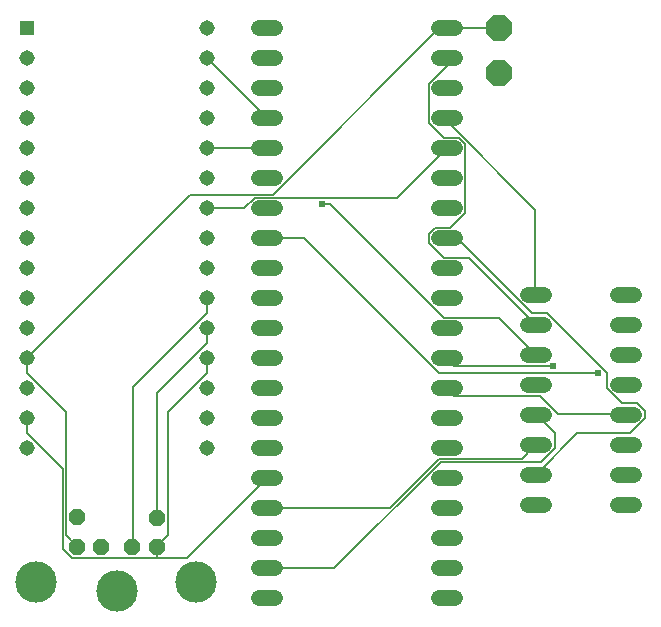
<source format=gbr>
G04 EAGLE Gerber RS-274X export*
G75*
%MOMM*%
%FSLAX34Y34*%
%LPD*%
%INTop Copper*%
%IPPOS*%
%AMOC8*
5,1,8,0,0,1.08239X$1,22.5*%
G01*
%ADD10R,1.308000X1.308000*%
%ADD11C,1.308000*%
%ADD12C,1.320800*%
%ADD13C,3.500000*%
%ADD14P,1.539592X8X202.500000*%
%ADD15P,2.336880X8X112.500000*%
%ADD16C,0.127000*%
%ADD17C,0.609600*%


D10*
X19050Y508000D03*
D11*
X19050Y482600D03*
X19050Y457200D03*
X19050Y431800D03*
X19050Y406400D03*
X19050Y381000D03*
X19050Y355600D03*
X19050Y330200D03*
X19050Y304800D03*
X19050Y279400D03*
X19050Y254000D03*
X19050Y228600D03*
X19050Y203200D03*
X19050Y177800D03*
X19050Y152400D03*
X171450Y152400D03*
X171450Y177800D03*
X171450Y203200D03*
X171450Y228600D03*
X171450Y254000D03*
X171450Y279400D03*
X171450Y304800D03*
X171450Y330200D03*
X171450Y355600D03*
X171450Y381000D03*
X171450Y406400D03*
X171450Y431800D03*
X171450Y457200D03*
X171450Y482600D03*
X171450Y508000D03*
D12*
X215646Y508000D02*
X228854Y508000D01*
X228854Y482600D02*
X215646Y482600D01*
X215646Y457200D02*
X228854Y457200D01*
X228854Y431800D02*
X215646Y431800D01*
X215646Y406400D02*
X228854Y406400D01*
X228854Y381000D02*
X215646Y381000D01*
X215646Y355600D02*
X228854Y355600D01*
X228854Y330200D02*
X215646Y330200D01*
X215646Y304800D02*
X228854Y304800D01*
X228854Y279400D02*
X215646Y279400D01*
X215646Y254000D02*
X228854Y254000D01*
X228854Y228600D02*
X215646Y228600D01*
X215646Y203200D02*
X228854Y203200D01*
X228854Y177800D02*
X215646Y177800D01*
X215646Y152400D02*
X228854Y152400D01*
X228854Y127000D02*
X215646Y127000D01*
X215646Y101600D02*
X228854Y101600D01*
X228854Y76200D02*
X215646Y76200D01*
X215646Y50800D02*
X228854Y50800D01*
X228854Y25400D02*
X215646Y25400D01*
X368046Y25400D02*
X381254Y25400D01*
X381254Y50800D02*
X368046Y50800D01*
X368046Y76200D02*
X381254Y76200D01*
X381254Y101600D02*
X368046Y101600D01*
X368046Y127000D02*
X381254Y127000D01*
X381254Y152400D02*
X368046Y152400D01*
X368046Y177800D02*
X381254Y177800D01*
X381254Y203200D02*
X368046Y203200D01*
X368046Y228600D02*
X381254Y228600D01*
X381254Y254000D02*
X368046Y254000D01*
X368046Y279400D02*
X381254Y279400D01*
X381254Y304800D02*
X368046Y304800D01*
X368046Y330200D02*
X381254Y330200D01*
X381254Y355600D02*
X368046Y355600D01*
X368046Y381000D02*
X381254Y381000D01*
X381254Y406400D02*
X368046Y406400D01*
X368046Y431800D02*
X381254Y431800D01*
X381254Y457200D02*
X368046Y457200D01*
X368046Y482600D02*
X381254Y482600D01*
X381254Y508000D02*
X368046Y508000D01*
D13*
X27250Y39250D03*
X162750Y39250D03*
X95250Y31250D03*
D14*
X82250Y69250D03*
X108250Y69250D03*
X129250Y69250D03*
X61250Y69250D03*
X61250Y94250D03*
X129250Y93750D03*
D15*
X419100Y508000D03*
X419100Y469900D03*
D12*
X443696Y282350D02*
X456904Y282350D01*
X456904Y256950D02*
X443696Y256950D01*
X443696Y180750D02*
X456904Y180750D01*
X456904Y155350D02*
X443696Y155350D01*
X443696Y231550D02*
X456904Y231550D01*
X456904Y206150D02*
X443696Y206150D01*
X443696Y129950D02*
X456904Y129950D01*
X456904Y104550D02*
X443696Y104550D01*
X519896Y104550D02*
X533104Y104550D01*
X533104Y129950D02*
X519896Y129950D01*
X519896Y155350D02*
X533104Y155350D01*
X533104Y180750D02*
X519896Y180750D01*
X519896Y206150D02*
X533104Y206150D01*
X533104Y231550D02*
X519896Y231550D01*
X519896Y256950D02*
X533104Y256950D01*
X533104Y282350D02*
X519896Y282350D01*
D16*
X171450Y254000D02*
X171450Y241300D01*
X129540Y199390D01*
X129540Y93980D01*
X129250Y93750D01*
X171450Y266700D02*
X171450Y279400D01*
X171450Y266700D02*
X109220Y204470D01*
X109220Y69850D01*
X108250Y69250D01*
X374650Y429260D02*
X374650Y431800D01*
X374650Y429260D02*
X449580Y354330D01*
X449580Y283210D01*
X450300Y282350D01*
X374650Y476250D02*
X374650Y482600D01*
X374650Y476250D02*
X359410Y461010D01*
X359410Y427990D01*
X372110Y415290D01*
X384810Y415290D01*
X389890Y410210D01*
X389890Y351790D01*
X377190Y339090D01*
X364490Y339090D01*
X359410Y334010D01*
X359410Y326390D01*
X372110Y313690D01*
X393700Y313690D01*
X449580Y257810D01*
X450300Y256950D01*
X275590Y359410D02*
X269240Y359410D01*
X275590Y359410D02*
X372110Y262890D01*
X419100Y262890D01*
X449580Y232410D01*
X450300Y231550D01*
D17*
X269240Y359410D03*
D16*
X279400Y50800D02*
X222250Y50800D01*
X279400Y50800D02*
X369570Y140970D01*
X454660Y140970D01*
X466090Y152400D01*
X466090Y165100D01*
X450850Y180340D01*
X450300Y180750D01*
X326390Y101600D02*
X222250Y101600D01*
X326390Y101600D02*
X368300Y143510D01*
X438150Y143510D01*
X449580Y154940D01*
X450300Y155350D01*
X383540Y330200D02*
X374650Y330200D01*
X383540Y330200D02*
X447040Y266700D01*
X459740Y266700D01*
X510540Y215900D01*
X510540Y203200D01*
X523240Y190500D01*
X535940Y190500D01*
X542290Y184150D01*
X542290Y177800D01*
X529590Y165100D01*
X485140Y165100D01*
X450850Y130810D01*
X450300Y129950D01*
X464820Y222250D02*
X381000Y222250D01*
X374650Y228600D01*
D17*
X464820Y222250D03*
D16*
X468630Y181610D02*
X525780Y181610D01*
X468630Y181610D02*
X453390Y196850D01*
X381000Y196850D01*
X374650Y203200D01*
X525780Y181610D02*
X526500Y180750D01*
X254000Y330200D02*
X222250Y330200D01*
X254000Y330200D02*
X368300Y215900D01*
X502920Y215900D01*
D17*
X502920Y215900D03*
D16*
X203200Y355600D02*
X171450Y355600D01*
X203200Y355600D02*
X212090Y364490D01*
X332740Y364490D01*
X374650Y406400D01*
X222250Y406400D02*
X171450Y406400D01*
X222250Y431800D02*
X171450Y482600D01*
X374650Y508000D02*
X419100Y508000D01*
X19050Y228600D02*
X19050Y215900D01*
X52070Y182880D01*
X52070Y78740D01*
X60960Y69850D01*
X61250Y69250D01*
X368300Y508000D02*
X374650Y508000D01*
X368300Y508000D02*
X227330Y367030D01*
X157480Y367030D01*
X19050Y228600D01*
X19050Y177800D02*
X19050Y165100D01*
X49530Y134620D01*
X49530Y67310D01*
X57150Y59690D01*
X129540Y59690D02*
X154940Y59690D01*
X129540Y59690D02*
X57150Y59690D01*
X154940Y59690D02*
X222250Y127000D01*
X171450Y215900D02*
X171450Y228600D01*
X171450Y215900D02*
X138430Y182880D01*
X138430Y78740D01*
X129540Y69850D01*
X129250Y69250D01*
X129540Y68580D02*
X129540Y59690D01*
X129540Y68580D02*
X129250Y69250D01*
M02*

</source>
